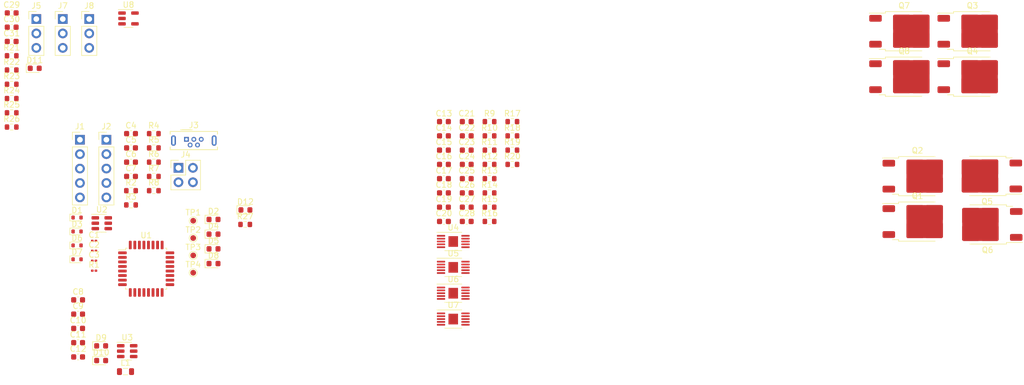
<source format=kicad_pcb>
(kicad_pcb (version 20221018) (generator pcbnew)
  (layers (0 "F.Cu" signal) (31 "B.Cu" signal) (34 "B.Paste" user) (35 "F.Paste" user) (36 "B.SilkS" user "B.Silkscreen") (37 "F.SilkS" user "F.Silkscreen") (38 "B.Mask" user) (39 "F.Mask" user) (44 "Edge.Cuts" user))
  (net 0 "")
  (net 1 "GND")
  (net 2 "+3V3")
  (net 3 "ENCODER1_A")
  (net 4 "ENCODER1_B")
  (net 5 "ENCODER2_A")
  (net 6 "ENCODER2_B")
  (net 7 "Net-(D10-K)")
  (net 8 "Net-(U3-SW)")
  (net 9 "Net-(U3-BST)")
  (net 10 "ENCODER1_A_OUT")
  (net 11 "ENCODER1_B_OUT")
  (net 12 "ENCODER2_A_OUT")
  (net 13 "ENCODER2_B_OUT")
  (net 14 "+12V")
  (net 15 "VBUS")
  (net 16 "+5V")
  (net 17 "ENCODER1_INDEX")
  (net 18 "ENCODER2_INDEX")
  (net 19 "/Main/D-")
  (net 20 "/Main/D+")
  (net 22 "+3.3V")
  (net 23 "SWCLK")
  (net 24 "SWDIO")
  (net 25 "Net-(M1--)")
  (net 26 "Net-(U4-VB)")
  (net 27 "Net-(U4-Vcc)")
  (net 28 "VUSB")
  (net 29 "USB_DP")
  (net 30 "USB_DM")
  (net 31 "Net-(U5-Vcc)")
  (net 32 "Net-(M1-+)")
  (net 33 "Net-(U5-VB)")
  (net 34 "Net-(U6-Vcc)")
  (net 35 "Net-(M2-+)")
  (net 36 "Net-(U6-VB)")
  (net 37 "Net-(M2--)")
  (net 38 "Net-(U7-VB)")
  (net 39 "Net-(U7-Vcc)")
  (net 40 "Net-(Q1-G)")
  (net 41 "Net-(Q2-G)")
  (net 42 "Net-(Q3-G)")
  (net 43 "Net-(Q4-G)")
  (net 44 "Net-(Q5-G)")
  (net 45 "Net-(Q6-G)")
  (net 46 "Net-(Q7-G)")
  (net 47 "Net-(Q8-G)")
  (net 48 "Net-(U4-HO)")
  (net 49 "Net-(U4-LO)")
  (net 50 "Net-(U4-DT)")
  (net 51 "Net-(U5-DT)")
  (net 52 "Net-(U5-HO)")
  (net 53 "Net-(U5-LO)")
  (net 54 "Net-(U6-DT)")
  (net 55 "Net-(U6-HO)")
  (net 56 "Net-(U6-LO)")
  (net 57 "Net-(U7-HO)")
  (net 58 "Net-(U7-LO)")
  (net 59 "Net-(U7-DT)")
  (net 61 "EN_MOT_CH1L")
  (net 62 "IN_MOT_CH1L")
  (net 64 "EN_MOT_CH1R")
  (net 65 "IN_MOT_CH1R")
  (net 67 "EN_MOT_CH2R")
  (net 68 "IN_MOT_CH2R")
  (net 70 "EN_MOT_CH2L")
  (net 71 "IN_MOT_CH2L")
  (net 72 "REF_MOT2")
  (net 73 "REF_MOT1")
  (net 74 "Net-(U1-NRST)")
  (net 75 "Net-(D11-A)")
  (net 76 "Net-(J5-Pin_2)")
  (net 77 "Net-(J7-Pin_2)")
  (net 78 "/Main/RSPI_RX")
  (net 79 "/Main/RSPI_TX")
  (net 85 "/Main/LED1")
  (net 86 "/Main/LED2")
  (net 87 "Net-(D12-A)")
  (net 88 "Net-(U1-PH3)")
  (footprint "Resistor_SMD:R_0603_1608Metric" (layer "F.Cu") (at 145.125 82.965)
    (fp_text reference "R15" (at 0 -1.43) (layer "F.SilkS"))
    (fp_text value "10k")
    (pad "1" smd roundrect (at -0.825 0) (size 0.8 0.95) (layers "F.Cu" "F.Paste" "F.Mask") (net 54 "Net-(U6-DT)"))
    (pad "2" smd roundrect (at 0.825 0) (size 0.8 0.95) (layers "F.Cu" "F.Paste" "F.Mask") (net 1 "GND"))
  )
  (footprint "Resistor_SMD:R_0603_1608Metric" (layer "F.Cu") (at 86.1175 75.04)
    (fp_text reference "R6" (at 0 -1.43) (layer "F.SilkS"))
    (fp_text value "10k")
    (pad "1" smd roundrect (at -0.825 0) (size 0.8 0.95) (layers "F.Cu" "F.Paste" "F.Mask") (net 15 "VBUS"))
    (pad "2" smd roundrect (at 0.825 0) (size 0.8 0.95) (layers "F.Cu" "F.Paste" "F.Mask") (net 28 "VUSB"))
  )
  (footprint "Connector_PinHeader_2.54mm:PinHeader_1x05_P2.54mm_Vertical" (layer "F.Cu") (at 73.1275 71.09)
    (fp_text reference "J1" (at 0 -2.33) (layer "F.SilkS"))
    (fp_text value "ENCODER1_CON")
    (pad "1" thru_hole rect (at 0 0) (size 1.7 1.7) (drill 1) (layers "*.Cu" "*.Mask") (net 11 "ENCODER1_B_OUT"))
    (pad "2" thru_hole oval (at 0 2.54) (size 1.7 1.7) (drill 1) (layers "*.Cu" "*.Mask") (net 16 "+5V"))
    (pad "3" thru_hole oval (at 0 5.08) (size 1.7 1.7) (drill 1) (layers "*.Cu" "*.Mask") (net 10 "ENCODER1_A_OUT"))
    (pad "4" thru_hole oval (at 0 7.62) (size 1.7 1.7) (drill 1) (layers "*.Cu" "*.Mask") (net 17 "ENCODER1_INDEX"))
    (pad "5" thru_hole oval (at 0 10.16) (size 1.7 1.7) (drill 1) (layers "*.Cu" "*.Mask") (net 1 "GND"))
  )
  (footprint "Resistor_SMD:R_0603_1608Metric" (layer "F.Cu") (at 145.125 75.435)
    (fp_text reference "R12" (at 0 -1.43) (layer "F.SilkS"))
    (fp_text value "10k")
    (pad "1" smd roundrect (at -0.825 0) (size 0.8 0.95) (layers "F.Cu" "F.Paste" "F.Mask") (net 51 "Net-(U5-DT)"))
    (pad "2" smd roundrect (at 0.825 0) (size 0.8 0.95) (layers "F.Cu" "F.Paste" "F.Mask") (net 1 "GND"))
  )
  (footprint "Diode_SMD:D_SOD-523" (layer "F.Cu") (at 72.6225 92.14)
    (fp_text reference "D7" (at 0 -1.3) (layer "F.SilkS"))
    (fp_text value "MM5Z3V3")
    (pad "1" smd roundrect (at -0.7 0 180) (size 0.6 0.7) (layers "F.Cu" "F.Paste" "F.Mask") (net 6 "ENCODER2_B"))
    (pad "2" smd roundrect (at 0.7 0 180) (size 0.6 0.7) (layers "F.Cu" "F.Paste" "F.Mask") (net 1 "GND"))
  )
  (footprint "Resistor_SMD:R_0603_1608Metric" (layer "F.Cu") (at 61.1325 68.86)
    (fp_text reference "R26" (at 0 -1.43) (layer "F.SilkS"))
    (fp_text value "240")
    (pad "1" smd roundrect (at -0.825 0) (size 0.8 0.95) (layers "F.Cu" "F.Paste" "F.Mask") (net 85 "/Main/LED1"))
    (pad "2" smd roundrect (at 0.825 0) (size 0.8 0.95) (layers "F.Cu" "F.Paste" "F.Mask") (net 75 "Net-(D11-A)"))
  )
  (footprint "Package_TO_SOT_SMD:TSOT-23-6" (layer "F.Cu") (at 81.4375 108.3)
    (fp_text reference "U3" (at 0 -2.4) (layer "F.SilkS"))
    (fp_text value "AP63203WU")
    (pad "1" smd roundrect (at -1.1375 -0.95) (size 1.325 0.6) (layers "F.Cu" "F.Paste" "F.Mask") (net 2 "+3V3"))
    (pad "2" smd roundrect (at -1.1375 0) (size 1.325 0.6) (layers "F.Cu" "F.Paste" "F.Mask") (net 7 "Net-(D10-K)"))
    (pad "3" smd roundrect (at -1.1375 0.95) (size 1.325 0.6) (layers "F.Cu" "F.Paste" "F.Mask") (net 7 "Net-(D10-K)"))
    (pad "4" smd roundrect (at 1.1375 0.95) (size 1.325 0.6) (layers "F.Cu" "F.Paste" "F.Mask") (net 1 "GND"))
    (pad "5" smd roundrect (at 1.1375 0) (size 1.325 0.6) (layers "F.Cu" "F.Paste" "F.Mask") (net 8 "Net-(U3-SW)"))
    (pad "6" smd roundrect (at 1.1375 -0.95) (size 1.325 0.6) (layers "F.Cu" "F.Paste" "F.Mask") (net 9 "Net-(U3-BST)"))
  )
  (footprint "Resistor_SMD:R_0603_1608Metric" (layer "F.Cu") (at 149.135 70.415)
    (fp_text reference "R18" (at 0 -1.43) (layer "F.SilkS"))
    (fp_text value "20")
    (pad "1" smd roundrect (at -0.825 0) (size 0.8 0.95) (layers "F.Cu" "F.Paste" "F.Mask") (net 46 "Net-(Q7-G)"))
    (pad "2" smd roundrect (at 0.825 0) (size 0.8 0.95) (layers "F.Cu" "F.Paste" "F.Mask") (net 57 "Net-(U7-HO)"))
  )
  (footprint "Resistor_SMD:R_0603_1608Metric" (layer "F.Cu") (at 102.175 86)
    (fp_text reference "R27" (at 0 -1.43) (layer "F.SilkS"))
    (fp_text value "240")
    (pad "1" smd roundrect (at -0.825 0) (size 0.8 0.95) (layers "F.Cu" "F.Paste" "F.Mask") (net 86 "/Main/LED2"))
    (pad "2" smd roundrect (at 0.825 0) (size 0.8 0.95) (layers "F.Cu" "F.Paste" "F.Mask") (net 87 "Net-(D12-A)"))
  )
  (footprint "Capacitor_SMD:C_0603_1608Metric" (layer "F.Cu") (at 141.115 80.455)
    (fp_text reference "C26" (at 0 -1.43) (layer "F.SilkS"))
    (fp_text value "1u")
    (pad "1" smd roundrect (at -0.775 0) (size 0.9 0.95) (layers "F.Cu" "F.Paste" "F.Mask") (net 1 "GND"))
    (pad "2" smd roundrect (at 0.775 0) (size 0.9 0.95) (layers "F.Cu" "F.Paste" "F.Mask") (net 14 "+12V"))
  )
  (footprint "Package_SO:MSOP-10-1EP_3x3mm_P0.5mm_EP1.68x1.88mm" (layer "F.Cu") (at 138.745 102.655)
    (fp_text reference "U7" (at 0 -2.45) (layer "F.SilkS"))
    (fp_text value "DGD0506A")
    (pad "1" smd roundrect (at -2.15 -1) (size 1.45 0.3) (layers "F.Cu" "F.Paste" "F.Mask") (net 39 "Net-(U7-Vcc)"))
    (pad "2" smd roundrect (at -2.15 -0.5) (size 1.45 0.3) (layers "F.Cu" "F.Paste" "F.Mask") (net 38 "Net-(U7-VB)"))
    (pad "3" smd roundrect (at -2.15 0) (size 1.45 0.3) (layers "F.Cu" "F.Paste" "F.Mask") (net 57 "Net-(U7-HO)"))
    (pad "4" smd roundrect (at -2.15 0.5) (size 1.45 0.3) (layers "F.Cu" "F.Paste" "F.Mask") (net 37 "Net-(M2--)"))
    (pad "5" smd roundrect (at -2.15 1) (size 1.45 0.3) (layers "F.Cu" "F.Paste" "F.Mask"))
    (pad "6" smd roundrect (at 2.15 1) (size 1.45 0.3) (layers "F.Cu" "F.Paste" "F.Mask") (net 59 "Net-(U7-DT)"))
    (pad "7" smd roundrect (at 2.15 0.5) (size 1.45 0.3) (layers "F.Cu" "F.Paste" "F.Mask") (net 70 "EN_MOT_CH2L"))
    (pad "8" smd roundrect (at 2.15 0) (size 1.45 0.3) (layers "F.Cu" "F.Paste" "F.Mask") (net 71 "IN_MOT_CH2L"))
    (pad "9" smd roundrect (at 2.15 -0.5) (size 1.45 0.3) (layers "F.Cu" "F.Paste" "F.Mask") (net 1 "GND"))
    (pad "10" smd roundrect (at 2.15 -1) (size 1.45 0.3) (layers "F.Cu" "F.Paste" "F.Mask") (net 58 "Net-(U7-LO)"))
    (pad "11" smd rect (at 0 0) (size 1.68 1.88) (layers "F.Cu" "F.Mask") (net 1 "GND"))
  )
  (footprint "Package_QFP:LQFP-32_7x7mm_P0.8mm" (layer "F.Cu") (at 84.775 93.8)
    (fp_text reference "U1" (at 0 -5.88) (layer "F.SilkS"))
    (fp_text value "STM32L412K8Tx")
    (pad "1" smd roundrect (at -4.175 -2.8) (size 1.5 0.5) (layers "F.Cu" "F.Paste" "F.Mask") (net 2 "+3V3"))
    (pad "2" smd roundrect (at -4.175 -2) (size 1.5 0.5) (layers "F.Cu" "F.Paste" "F.Mask") (net 85 "/Main/LED1"))
    (pad "3" smd roundrect (at -4.175 -1.2) (size 1.5 0.5) (layers "F.Cu" "F.Paste" "F.Mask") (net 86 "/Main/LED2"))
    (pad "4" smd roundrect (at -4.175 -0.4) (size 1.5 0.5) (layers "F.Cu" "F.Paste" "F.Mask") (net 74 "Net-(U1-NRST)"))
    (pad "5" smd roundrect (at -4.175 0.4) (size 1.5 0.5) (layers "F.Cu" "F.Paste" "F.Mask") (net 2 "+3V3"))
    (pad "6" smd roundrect (at -4.175 1.2) (size 1.5 0.5) (layers "F.Cu" "F.Paste" "F.Mask") (net 5 "ENCODER2_A"))
    (pad "7" smd roundrect (at -4.175 2) (size 1.5 0.5) (layers "F.Cu" "F.Paste" "F.Mask") (net 6 "ENCODER2_B"))
    (pad "8" smd roundrect (at -4.175 2.8) (size 1.5 0.5) (layers "F.Cu" "F.Paste" "F.Mask") (net 62 "IN_MOT_CH1L"))
    (pad "9" smd roundrect (at -2.8 4.175) (size 0.5 1.5) (layers "F.Cu" "F.Paste" "F.Mask") (net 65 "IN_MOT_CH1R"))
    (pad "10" smd roundrect (at -2 4.175) (size 0.5 1.5) (layers "F.Cu" "F.Paste" "F.Mask") (net 61 "EN_MOT_CH1L"))
    (pad "11" smd roundrect (at -1.2 4.175) (size 0.5 1.5) (layers "F.Cu" "F.Paste" "F.Mask") (net 70 "EN_MOT_CH2L"))
    (pad "12" smd roundrect (at -0.4 4.175) (size 0.5 1.5) (layers "F.Cu" "F.Paste" "F.Mask") (net 68 "IN_MOT_CH2R"))
    (pad "13" smd roundrect (at 0.4 4.175) (size 0.5 1.5) (layers "F.Cu" "F.Paste" "F.Mask") (net 67 "EN_MOT_CH2R"))
    (pad "14" smd roundrect (at 1.2 4.175) (size 0.5 1.5) (layers "F.Cu" "F.Paste" "F.Mask") (net 28 "VUSB"))
    (pad "15" smd roundrect (at 2 4.175) (size 0.5 1.5) (layers "F.Cu" "F.Paste" "F.Mask") (net 64 "EN_MOT_CH1R"))
    (pad "16" smd roundrect (at 2.8 4.175) (size 0.5 1.5) (layers "F.Cu" "F.Paste" "F.Mask") (net 1 "GND"))
    (pad "17" smd roundrect (at 4.175 2.8) (size 1.5 0.5) (layers "F.Cu" "F.Paste" "F.Mask") (net 2 "+3V3"))
    (pad "18" smd roundrect (at 4.175 2) (size 1.5 0.5) (layers "F.Cu" "F.Paste" "F.Mask") (net 4 "ENCODER1_B"))
    (pad "19" smd roundrect (at 4.175 1.2) (size 1.5 0.5) (layers "F.Cu" "F.Paste" "F.Mask") (net 3 "ENCODER1_A"))
    (pad "20" smd roundrect (at 4.175 0.4) (size 1.5 0.5) (layers "F.Cu" "F.Paste" "F.Mask") (net 71 "IN_MOT_CH2L"))
    (pad "21" smd roundrect (at 4.175 -0.4) (size 1.5 0.5) (layers "F.Cu" "F.Paste" "F.Mask") (net 30 "USB_DM"))
    (pad "22" smd roundrect (at 4.175 -1.2) (size 1.5 0.5) (layers "F.Cu" "F.Paste" "F.Mask") (net 29 "USB_DP"))
    (pad "23" smd roundrect (at 4.175 -2) (size 1.5 0.5) (layers "F.Cu" "F.Paste" "F.Mask") (net 24 "SWDIO"))
    (pad "24" smd roundrect (at 4.175 -2.8) (size 1.5 0.5) (layers "F.Cu" "F.Paste" "F.Mask") (net 23 "SWCLK"))
    (pad "25" smd roundrect (at 2.8 -4.175) (size 0.5 1.5) (layers "F.Cu" "F.Paste" "F.Mask") (net 72 "REF_MOT2"))
    (pad "26" smd roundrect (at 2 -4.175) (size 0.5 1.5) (layers "F.Cu" "F.Paste" "F.Mask") (net 17 "ENCODER1_INDEX"))
    (pad "27" smd roundrect (at 1.2 -4.175) (size 0.5 1.5) (layers "F.Cu" "F.Paste" "F.Mask") (net 18 "ENCODER2_INDEX"))
    (pad "28" smd roundrect (at 0.4 -4.175) (size 0.5 1.5) (layers "F.Cu" "F.Paste" "F.Mask") (net 73 "REF_MOT1"))
    (pad "29" smd roundrect (at -0.4 -4.175) (size 0.5 1.5) (layers "F.Cu" "F.Paste" "F.Mask") (net 79 "/Main/RSPI_TX"))
    (pad "30" smd roundrect (at -1.2 -4.175) (size 0.5 1.5) (layers "F.Cu" "F.Paste" "F.Mask") (net 78 "/Main/RSPI_RX"))
    (pad "31" smd roundrect (at -2 -4.175) (size 0.5 1.5) (layers "F.Cu" "F.Paste" "F.Mask") (net 88 "Net-(U1-PH3)"))
    (pad "32" smd roundrect (at -2.8 -4.175) (size 0.5 1.5) (layers "F.Cu" "F.Paste" "F.Mask") (net 1 "GND"))
  )
  (footprint "Diode_SMD:D_SOD-523" (layer "F.Cu") (at 72.6225 84.79)
    (fp_text reference "D1" (at 0 -1.3) (layer "F.SilkS"))
    (fp_text value "MM5Z3V3")
    (pad "1" smd roundrect (at -0.7 0 180) (size 0.6 0.7) (layers "F.Cu" "F.Paste" "F.Mask") (net 3 "ENCODER1_A"))
    (pad "2" smd roundrect (at 0.7 0 180) (size 0.6 0.7) (layers "F.Cu" "F.Paste" "F.Mask") (net 1 "GND"))
  )
  (footprint "Resistor_SMD:R_0603_1608Metric" (layer "F.Cu") (at 86.1175 80.06)
    (fp_text reference "R8" (at 0 -1.43) (layer "F.SilkS"))
    (fp_text value "1.5k")
    (pad "1" smd roundrect (at -0.825 0) (size 0.8 0.95) (layers "F.Cu" "F.Paste" "F.Mask") (net 29 "USB_DP"))
    (pad "2" smd roundrect (at 0.825 0) (size 0.8 0.95) (layers "F.Cu" "F.Paste" "F.Mask") (net 2 "+3V3"))
  )
  (footprint "Capacitor_SMD:C_0603_1608Metric" (layer "F.Cu") (at 141.115 67.905)
    (fp_text reference "C21" (at 0 -1.43) (layer "F.SilkS"))
    (fp_text value "1u")
    (pad "1" smd roundrect (at -0.775 0) (size 0.9 0.95) (layers "F.Cu" "F.Paste" "F.Mask") (net 35 "Net-(M2-+)"))
    (pad "2" smd roundrect (at 0.775 0) (size 0.9 0.95) (layers "F.Cu" "F.Paste" "F.Mask") (net 36 "Net-(U6-VB)"))
  )
  (footprint "Capacitor_SMD:C_0603_1608Metric" (layer "F.Cu") (at 61.1325 53.8)
    (fp_text reference "C31" (at 0 -1.43) (layer "F.SilkS"))
    (fp_text value "100n")
    (pad "1" smd roundrect (at -0.775 0) (size 0.9 0.95) (layers "F.Cu" "F.Paste" "F.Mask") (net 1 "GND"))
    (pad "2" smd roundrect (at 0.775 0) (size 0.9 0.95) (layers "F.Cu" "F.Paste" "F.Mask") (net 74 "Net-(U1-NRST)"))
  )
  (footprint "Capacitor_SMD:C_0603_1608Metric" (layer "F.Cu") (at 61.1325 51.29)
    (fp_text reference "C30" (at 0 -1.43) (layer "F.SilkS"))
    (fp_text value "100n")
    (pad "1" smd roundrect (at -0.775 0) (size 0.9 0.95) (layers "F.Cu" "F.Paste" "F.Mask") (net 73 "REF_MOT1"))
    (pad "2" smd roundrect (at 0.775 0) (size 0.9 0.95) (layers "F.Cu" "F.Paste" "F.Mask") (net 1 "GND"))
  )
  (footprint "Resistor_SMD:R_0603_1608Metric" (layer "F.Cu") (at 86.1175 70.02)
    (fp_text reference "R4" (at 0 -1.43) (layer "F.SilkS"))
    (fp_text value "10k")
    (pad "1" smd roundrect (at -0.825 0) (size 0.8 0.95) (layers "F.Cu" "F.Paste" "F.Mask") (net 12 "ENCODER2_A_OUT"))
    (pad "2" smd roundrect (at 0.825 0) (size 0.8 0.95) (layers "F.Cu" "F.Paste" "F.Mask") (net 5 "ENCODER2_A"))
  )
  (footprint "Resistor_SMD:R_0603_1608Metric" (layer "F.Cu") (at 149.135 75.435)
    (fp_text reference "R20" (at 0 -1.43) (layer "F.SilkS"))
    (fp_text value "10k")
    (pad "1" smd roundrect (at -0.825 0) (size 0.8 0.95) (layers "F.Cu" "F.Paste" "F.Mask") (net 59 "Net-(U7-DT)"))
    (pad "2" smd roundrect (at 0.825 0) (size 0.8 0.95) (layers "F.Cu" "F.Paste" "F.Mask") (net 1 "GND"))
  )
  (footprint "Resistor_SMD:R_0603_1608Metric" (layer "F.Cu") (at 145.125 67.905)
    (fp_text reference "R9" (at 0 -1.43) (layer "F.SilkS"))
    (fp_text value "20")
    (pad "1" smd roundrect (at -0.825 0) (size 0.8 0.95) (layers "F.Cu" "F.Paste" "F.Mask") (net 41 "Net-(Q2-G)"))
    (pad "2" smd roundrect (at 0.825 0) (size 0.8 0.95) (layers "F.Cu" "F.Paste" "F.Mask") (net 48 "Net-(U4-HO)"))
  )
  (footprint "Resistor_SMD:R_0603_1608Metric" (layer "F.Cu") (at 145.125 77.945)
    (fp_text reference "R13" (at 0 -1.43) (layer "F.SilkS"))
    (fp_text value "20")
    (pad "1" smd roundrect (at -0.825 0) (size 0.8 0.95) (layers "F.Cu" "F.Paste" "F.Mask") (net 44 "Net-(Q5-G)"))
    (pad "2" smd roundrect (at 0.825 0) (size 0.8 0.95) (layers "F.Cu" "F.Paste" "F.Mask") (net 52 "Net-(U5-HO)"))
  )
  (footprint "TestPoint:TestPoint_Pad_D1.0mm" (layer "F.Cu") (at 93.0375 91.45)
    (fp_text reference "TP3" (at 0 -1.448) (layer "F.SilkS"))
    (fp_text value "ENCODER2_A")
    (pad "1" smd circle (at 0 0) (size 1 1) (layers "F.Cu" "F.Mask") (net 5 "ENCODER2_A"))
  )
  (footprint "Diode_SMD:D_0603_1608Metric" (layer "F.Cu") (at 96.6075 92.89)
    (fp_text reference "D8" (at 0 -1.43) (layer "F.SilkS"))
    (fp_text value "D_TVS")
    (pad "1" smd roundrect (at -0.7875 0) (size 0.875 0.95) (layers "F.Cu" "F.Paste" "F.Mask") (net 13 "ENCODER2_B_OUT"))
    (pad "2" smd roundrect (at 0.7875 0) (size 0.875 0.95) (layers "F.Cu" "F.Paste" "F.Mask") (net 1 "GND"))
  )
  (footprint "Package_TO_SOT_SMD:SOT-23-5" (layer "F.Cu") (at 81.6625 49.75)
    (fp_text reference "U8" (at 0 -2.4) (layer "F.SilkS"))
    (fp_text value "LP2985-5.0")
    (pad "1" smd roundrect (at -1.1375 -0.95) (size 1.325 0.6) (layers "F.Cu" "F.Paste" "F.Mask"))
    (pad "2" smd roundrect (at -1.1375 0) (size 1.325 0.6) (layers "F.Cu" "F.Paste" "F.Mask"))
    (pad "3" smd roundrect (at -1.1375 0.95) (size 1.325 0.6) (layers "F.Cu" "F.Paste" "F.Mask"))
    (pad "4" smd roundrect (at 1.1375 0.95) (size 1.325 0.6) (layers "F.Cu" "F.Paste" "F.Mask"))
    (pad "5" smd roundrect (at 1.1375 -0.95) (size 1.325 0.6) (layers "F.Cu" "F.Paste" "F.Mask"))
  )
  (footprint "Capacitor_SMD:C_0603_1608Metric" (layer "F.Cu") (at 141.115 75.435)
    (fp_text reference "C24" (at 0 -1.43) (layer "F.SilkS"))
    (fp_text value "1u")
    (pad "1" smd roundrect (at -0.775 0) (size 0.9 0.95) (layers "F.Cu" "F.Paste" "F.Mask") (net 1 "GND"))
    (pad "2" smd roundrect (at 0.775 0) (size 0.9 0.95) (layers "F.Cu" "F.Paste" "F.Mask") (net 39 "Net-(U7-Vcc)"))
  )
  (footprint "Package_TO_SOT_SMD:SOT-23-6" (layer "F.Cu") (at 76.9675 85.79)
    (fp_text reference "U2" (at 0 -2.4) (layer "F.SilkS"))
    (fp_text value "USBLC6-2SC6")
    (pad "1" smd roundrect (at -1.1375 -0.95) (size 1.325 0.6) (layers "F.Cu" "F.Paste" "F.Mask") (net 29 "USB_DP"))
    (pad "2" smd roundrect (at -1.1375 0) (size 1.325 0.6) (layers "F.Cu" "F.Paste" "F.Mask") (net 1 "GND"))
    (pad "3" smd roundrect (at -1.1375 0.95) (size 1.325 0.6) (layers "F.Cu" "F.Paste" "F.Mask") (net 30 "USB_DM"))
    (pad "4" smd roundrect (at 1.1375 0.95) (size 1.325 0.6) (layers "F.Cu" "F.Paste" "F.Mask") (net 19 "/Main/D-"))
    (pad "5" smd roundrect (at 1.1375 0) (size 1.325 0.6) (layers "F.Cu" "F.Paste" "F.Mask") (net 15 "VBUS"))
    (pad "6" smd roundrect (at 1.1375 -0.95) (size 1.325 0.6) (layers "F.Cu" "F.Paste" "F.Mask") (net 20 "/Main/D+"))
  )
  (footprint "Capacitor_SMD:C_0603_1608Metric" (layer "F.Cu") (at 141.115 85.475)
    (fp_text reference "C28" (at 0 -1.43) (layer "F.SilkS"))
    (fp_text value "1u")
    (pad "1" smd roundrect (at -0.775 0) (size 0.9 0.95) (layers "F.Cu" "F.Paste" "F.Mask") (net 1 "GND"))
    (pad "2" smd roundrect (at 0.775 0) (size 0.9 0.95) (layers "F.Cu" "F.Paste" "F.Mask") (net 14 "+12V"))
  )
  (footprint "Capacitor_SMD:C_0603_1608Metric" (layer "F.Cu") (at 137.105 67.905)
    (fp_text reference "C13" (at 0 -1.43) (layer "F.SilkS"))
    (fp_text value "1u")
    (pad "1" smd roundrect (at -0.775 0) (size 0.9 0.95) (layers "F.Cu" "F.Paste" "F.Mask") (net 25 "Net-(M1--)"))
    (pad "2" smd roundrect (at 0.775 0) (size 0.9 0.95) (layers "F.Cu" "F.Paste" "F.Mask") (net 26 "Net-(U4-VB)"))
  )
  (footprint "Connector_PinHeader_2.54mm:PinHeader_1x05_P2.54mm_Vertical" (layer "F.Cu") (at 77.7775 71.09)
    (fp_text reference "J2" (at 0 -2.33) (layer "F.SilkS"))
    (fp_text value "ENCODER2_CON")
    (pad "1" thru_hole rect (at 0 0) (size 1.7 1.7) (drill 1) (layers "*.Cu" "*.Mask") (net 13 "ENCODER2_B_OUT"))
    (pad "2" thru_hole oval (at 0 2.54) (size 1.7 1.7) (drill 1) (layers "*.Cu" "*.Mask") (net 16 "+5V"))
    (pad "3" thru_hole oval (at 0 5.08) (size 1.7 1.7) (drill 1) (layers "*.Cu" "*.Mask") (net 12 "ENCODER2_A_OUT"))
    (pad "4" thru_hole oval (at 0 7.62) (size 1.7 1.7) (drill 1) (layers "*.Cu" "*.Mask") (net 18 "ENCODER2_INDEX"))
    (pad "5" thru_hole oval (at 0 10.16) (size 1.7 1.7) (drill 1) (layers "*.Cu" "*.Mask") (net 1 "GND"))
  )
  (footprint "Capacitor_SMD:C_0603_1608Metric" (layer "F.Cu") (at 82.1075 75.04)
    (fp_text reference "C6" (at 0 -1.43) (layer "F.SilkS"))
    (fp_text value "1n")
    (pad "1" smd roundrect (at -0.775 0) (size 0.9 0.95) (layers "F.Cu" "F.Paste" "F.Mask") (net 5 "ENCODER2_A"))
    (pad "2" smd roundrect (at 0.775 0) (size 0.9 0.95) (layers "F.Cu" "F.Paste" "F.Mask") (net 1 "GND"))
  )
  (footprint "Capacitor_SMD:C_0603_1608Metric" (layer "F.Cu") (at 72.8075 109.32)
    (fp_text reference "C12" (at 0 -1.43) (layer "F.SilkS"))
    (fp_text value "22u")
    (pad "1" smd roundrect (at -0.775 0) (size 0.9 0.95) (layers "F.Cu" "F.Paste" "F.Mask") (net 1 "GND"))
    (pad "2" smd roundrect (at 0.775 0) (size 0.9 0.95) (layers "F.Cu" "F.Paste" "F.Mask") (net 2 "+3V3"))
  )
  (footprint "Resistor_SMD:R_0603_1608Metric" (layer "F.Cu") (at 145.125 70.415)
    (fp_text reference "R10" (at 0 -1.43) (layer "F.SilkS"))
    (fp_text value "20")
    (pad "1" smd roundrect (at -0.825 0) (size 0.8 0.95) (layers "F.Cu" "F.Paste" "F.Mask") (net 49 "Net-(U4-LO)"))
    (pad "2" smd roundrect (at 0.825 0) (size 0.8 0.95) (layers "F.Cu" "F.Paste" "F.Mask") (net 40 "Net-(Q1-G)"))
  )
  (footprint "Connector_PinHeader_2.54mm:PinHeader_2x02_P2.54mm_Vertical" (layer "F.Cu") (at 90.4475 76.04)
    (fp_text reference "J4" (at 1.27 -2.33) (layer "F.SilkS"))
    (fp_text value "SWD")
    (pad "1" thru_hole rect (at 0 0) (size 1.7 1.7) (drill 1) (layers "*.Cu" "*.Mask") (net 22 "+3.3V"))
    (pad "2" thru_hole oval (at 2.54 0) (size 1.7 1.7) (drill 1) (layers "*.Cu" "*.Mask") (net 1 "GND"))
    (pad "3" thru_hole oval (at 0 2.54) (size 1.7 1.7) (drill 1) (layers "*.Cu" "*.Mask") (net 23 "SWCLK"))
    (pad "4" thru_hole oval (at 2.54 2.54) (size 1.7 1.7) (drill 1) (layers "*.Cu" "*.Mask") (net 24 "SWDIO"))
  )
  (footprint "Diode_SMD:D_0603_1608Metric" (layer "F.Cu") (at 96.6075 85.12)
    (fp_text reference "D2" (at 0 -1.43) (layer "F.SilkS"))
    (fp_text value "D_TVS")
    (pad "1" smd roundrect (at -0.7875 0) (size 0.875 0.95) (layers "F.Cu" "F.Paste" "F.Mask") (net 10 "ENCODER1_A_OUT"))
    (pad "2" smd roundrect (at 0.7875 0) (size 0.875 0.95) (layers "F.Cu" "F.Paste" "F.Mask") (net 1 "GND"))
  )
  (footprint "Resistor_SMD:R_0603_1608Metric" (layer "F.Cu") (at 61.1325 63.84)
    (fp_text reference "R24" (at 0 -1.43) (layer "F.SilkS"))
    (fp_text value "10k")
    (pad "1" smd roundrect (at -0.825 0) (size 0.8 0.95) (layers "F.Cu" "F.Paste" "F.Mask") (net 73 "REF_MOT1"))
    (pad "2" smd roundrect (at 0.825 0) (size 0.8 0.95) (layers "F.Cu" "F.Paste" "F.Mask") (net 1 "GND"))
  )
  (footprint "Resistor_SMD:R_0603_1608Metric" (layer "F.Cu") (at 86.1175 77.55)
    (fp_text reference "R7" (at 0 -1.43) (layer "F.SilkS"))
    (fp_text value "15k")
    (pad "1" smd roundrect (at -0.825 0) (size 0.8 0.95) (layers "F.Cu" "F.Paste" "F.Mask") (net 1 "GND"))
    (pad "2" smd roundrect (at 0.825 0) (size 0.8 0.95) (layers "F.Cu" "F.Paste" "F.Mask") (net 28 "VUSB"))
  )
  (footprint "Package_SO:MSOP-10-1EP_3x3mm_P0.5mm_EP1.68x1.88mm" (layer "F.Cu") (at 138.745 89.005)
    (fp_text reference "U4" (at 0 -2.45) (layer "F.SilkS"))
    (fp_text value "DGD0506A")
    (pad "1" smd roundrect (at -2.15 -1) (size 1.45 0.3) (layers "F.Cu" "F.Paste" "F.Mask") (net 27 "Net-(U4-Vcc)"))
    (pad "2" smd roundrect (at -2.15 -0.5) (size 1.45 0.3) (layers "F.Cu" "F.Paste" "F.Mask") (net 26 "Net-(U4-VB)"))
    (pad "3" smd roundrect (at -2.15 0) (size 1.45 0.3) (layers "F.Cu" "F.Paste" "F.Mask") (net 48 "Net-(U4-HO)"))
    (pad "4" smd roundrect (at -2.15 0.5) (size 1.45 0.3) (layers "F.Cu" "F.Paste" "F.Mask") (net 25 "Net-(M1--)"))
    (pad "5" smd roundrect (at -2.15 1) (size 1.45 0.3) (layers "F.Cu" "F.Paste" "F.Mask"))
    (pad "6" smd roundrect (at 2.15 1) (size 1.45 0.3) (layers "F.Cu" "F.Paste" "F.Mask") (net 50 "Net-(U4-DT)"))
    (pad "7" smd roundrect (at 2.15 0.5) (size 1.45 0.3) (layers "F.Cu" "F.Paste" "F.Mask") (net 61 "EN_MOT_CH1L"))
    (pad "8" smd roundrect (at 2.15 0) (size 1.45 0.3) (layers "F.Cu" "F.Paste" "F.Mask") (net 62 "IN_MOT_CH1L"))
    (pad "9" smd roundrect (at 2.15 -0.5) (size 1.45 0.3) (layers "F.Cu" "F.Paste" "F.Mask") (net 1 "GND"))
    (pad "10" smd roundrect (at 2.15 -1) (size 1.45 0.3) (layers "F.Cu" "F.Paste" "F.Mask") (net 49 "Net-(U4-LO)"))
    (pad "11" smd rect (at 0 0) (size 1.68 1.88) (layers "F.Cu" "F.Mask") (net 1 "GND"))
  )
  (footprint "Package_TO_SOT_SMD:TO-252-2" (layer "F.Cu") (at 218 60)
    (fp_text reference "Q8" (at 0 -4.5) (layer "F.SilkS"))
    (fp_text value "DMN10H220L")
    (pad "1" smd roundrect (at -5.04 -2.28) (size 2.2 1.2) (layers "F.Cu" "F.Paste" "F.Mask") (roundrect_rratio 0.208333) (net 47 "Net-(Q8-G)"))
    (pad "2" smd roundrect (at -0.415 -1.525) (size 3.05 2.75) (layers "F.Cu" "F.Paste") (roundrect_rratio 0.090909) (net 37 "Net-(M2--)"))
    (pad "2" smd roundrect (at -0.415 1.525) (size 3.05 2.75) (layers "F.Cu" "F.Paste") (roundrect_rratio 0.090909) (net 37 "Net-(M2--)"))
    (pad "2" smd roundrect (at 1.26 0) (size 6.4 5.8) (layers "F.Cu" "F.Mask") (roundrect_rratio 0.043103) (net 37 "Net-(M2--)"))
    (pad "2" smd roundrect (at 2.935 -1.525) (size 3.05 2.75) (layers "F.Cu" "F.Paste") (roundrect_rratio 0.090909) (net 37 "Net-(M2--)"))
    (pad "2" smd roundrect (at 2.935 1.525) (size 3.05 2.75) (layers "F.Cu" "F.Paste") (roundrect_rratio 0.090909) (net 37 "Net-(M2--)"))
    (pad "3" smd roundrect (at -5.04 2.28) (size 2.2 1.2) (layers "F.Cu" "F.Paste" "F.Mask") (roundrect_rratio 0.208333) (net 1 "GND"))
  )
  (footprint "Resistor_SMD:R_0603_1608Metric" (layer "F.Cu") (at 145.125 85.475)
    (fp_text reference "R16" (at 0 -1.43) (layer "F.SilkS"))
    (fp_text value "20")
    (pad "1" smd roundrect (at -0.825 0) (size 0.8 0.95) (layers "F.Cu" "F.Paste" "F.Mask") (net 42 "Net-(Q3-G)"))
    (pad "2" smd roundrect (at 0.825 0) (size 0.8 0.95) (layers "F.Cu" "F.Paste" "F.Mask") (net 55 "Net-(U6-HO)"))
  )
  (footprint "Capacitor_SMD:C_0603_1608Metric" (layer "F.Cu") (at 141.115 72.925)
    (fp_text reference "C23" (at 0 -1.43) (layer "F.SilkS"))
    (fp_text value "100n")
    (pad "1" smd roundrect (at -0.775 0) (size 0.9 0.95) (layers "F.Cu" "F.Paste" "F.Mask") (net 1 "GND"))
    (pad "2" smd roundrect (at 0.775 0) (size 0.9 0.95) (layers "F.Cu" "F.Paste" "F.Mask") (net 39 "Net-(U7-Vcc)"))
  )
  (footprint "Diode_SMD:D_SOD-523" (layer "F.Cu") (at 72.6225 89.69)
    (fp_text reference "D6" (at 0 -1.3) (layer "F.SilkS"))
    (fp_text value "MM5Z3V3")
    (pad "1" smd roundrect (at -0.7 0 180) (size 0.6 0.7) (layers "F.Cu" "F.Paste" "F.Mask") (net 5 "ENCODER2_A"))
    (pad "2" smd roundrect (at 0.7 0 180) (size 0.6 0.7) (layers "F.Cu" "F.Paste" "F.Mask") (net 1 "GND"))
  )
  (footprint "Capacitor_SMD:C_0603_1608Metric" (layer "F.Cu") (at 137.105 77.945)
    (fp_text reference "C17" (at 0 -1.43) (layer "F.SilkS"))
    (fp_text value "100n")
    (pad "1" smd roundrect (at -0.775 0) (size 0.9 0.95) (layers "F.Cu" "F.Paste" "F.Mask") (net 1 "GND"))
    (pad "2" smd roundrect (at 0.775 0) (size 0.9 0.95) (layers "F.Cu" "F.Paste" "F.Mask") (net 31 "Net-(U5-Vcc)"))
  )
  (footprint "Capacitor_SMD:C_0603_1608Metric" (layer "F.Cu") (at 137.105 70.415)
    (fp_text reference "C14" (at 0 -1.43) (layer "F.SilkS"))
    (fp_text value "1u")
    (pad "1" smd roundrect (at -0.775 0) (size 0.9 0.95) (layers "F.Cu" "F.Paste" "F.Mask") (net 1 "GND"))
    (pad "2" smd roundrect (at 0.775 0) (size 0.9 0.95) (layers "F.Cu" "F.Paste" "F.Mask") (net 27 "Net-(U4-Vcc)"))
  )
  (footprint "Capacitor_SMD:C_0603_1608Metric" (layer "F.Cu") (at 72.8075 104.3)
    (fp_text reference "C10" (at 0 -1.43) (layer "F.SilkS"))
    (fp_text value "100n")
    (pad "1" smd roundrect (at -0.775 0) (size 0.9 0.95) (layers "F.Cu" "F.Paste" "F.Mask") (net 8 "Net-(U3-SW)"))
    (pad "2" smd roundrect (at 0.775 0) (size 0.9 0.95) (layers "F.Cu" "F.Paste" "F.Mask") (net 9 "Net-(U3-BST)"))
  )
  (footprint "Connector_PinHeader_2.54mm:PinHeader_1x03_P2.54mm_Vertical" (layer "F.Cu") (at 65.4625 49.85)
    (fp_text reference "J5" (at 0 -2.33) (layer "F.SilkS"))
    (fp_text value "Conn_01x03_Pin")
    (pad "1" thru_hole rect (at 0 0) (size 1.7 1.7) (drill 1) (layers "*.Cu" "*.Mask") (net 14 "+12V"))
    (pad "2" thru_hole oval (at 0 2.54) (size 1.7 1.7) (drill 1) (layers "*.Cu" "*.Mask") (net 76 "Net-(J5-Pin_2)"))
    (pad "3" thru_hole oval (at 0 5.08) (size 1.7 1.7) (drill 1) (layers "*.Cu" "*.Mask") (net 1 "GND"))
  )
  (footprint "Capacitor_SMD:C_0603_1608Metric" (layer "F.Cu") (at 61.1325 48.78)
    (fp_text reference "C29" (at 0 -1.43) (layer "F.SilkS"))
    (fp_text value "100n")
    (pad "1" smd roundrect (at -0.775 0) (size 0.9 0.95) (layers "F.Cu" "F.Paste" "F.Mask") (net 72 "REF_MOT2"))
    (pad "2" smd roundrect (at 0.775 0) (size 0.9 0.95) (layers "F.Cu" "F.Paste" "F.Mask") (net 1 "GND"))
  )
  (footprint "Resistor_SMD:R_0603_1608Metric" (layer "F.Cu") (at 149.135 67.905)
    (fp_text reference "R17" (at 0 -1.43) (layer "F.SilkS"))
    (fp_text value "20")
    (pad "1" smd roundrect (at -0.825 0) (size 0.8 0.95) (layers "F.Cu" "F.Paste" "F.Mask") (net 56 "Net-(U6-LO)"))
    (pad "2" smd roundrect (at 0.825 0) (size 0.8 0.95) (layers "F.Cu" "F.Paste" "F.Mask") (net 43 "Net-(Q4-G)"))
  )
  (footprint "Resistor_SMD:R_0603_1608Metric" (layer "F.Cu") (at 61.1325 66.35)
    (fp_text reference "R25" (at 0 -1.43) (layer "F.SilkS"))
    (fp_text value "100K")
    (pad "1" smd roundrect (at -0.825 0) (size 0.8 0.95) (layers "F.Cu" "F.Paste" "F.Mask") (net 2 "+3V3"))
    (pad "2" smd roundrect (at 0.825 0) (size 0.8 0.95) (layers "F.Cu" "F.Paste" "F.Mask") (net 74 "Net-(U1-NRST)"))
  )
  (footprint "TestPoint:TestPoint_Pad_D1.0mm" (layer "F.Cu") (at 93.0375 88.4)
    (fp_text reference "TP2" (at 0 -1.448) (layer "F.SilkS"))
    (fp_text value "ENCODER1_B")
    (pad "1" smd circle (at 0 0) (size 1 1) (layers "F.Cu" "F.Mask") (net 4 "ENCODER1_B"))
  )
  (footprint "Resistor_SMD:R_0603_1608Metric" (layer "F.Cu") (at 61.1325 58.82)
    (fp_text reference "R22" (at 0 -1.43) (layer "F.SilkS"))
    (fp_text value "10k")
    (pad "1" smd roundrect (at -0.825 0) (size 0.8 0.95) (layers "F.Cu" "F.Paste" "F.Mask") (net 72 "REF_MOT2"))
    (pad "2" smd roundrect (at 0.825 0) (size 0.8 0.95) (layers "F.Cu" "F.Paste" "F.Mask") (net 1 "GND"))
  )
  (footprint "Package_TO_SOT_SMD:TO-252-2" (layer "F.Cu") (at 230 52)
    (fp_text reference "Q3" (at 0 -4.5) (layer "F.SilkS"))
    (fp_text value "DMN10H220L")
    (pad "1" smd roundrect (at -5.04 -2.28) (size 2.2 1.2) (layers "F.Cu" "F.Paste" "F.Mask") (roundrect_rratio 0.208333) (net 42 "Net-(Q3-G)"))
    (pad "2" smd roundrect (at -0.415 -1.525) (size 3.05 2.75) (layers "F.Cu" "F.Paste") (roundrect_rratio 0.090909) (net 14 "+12V"))
    (pad "2" smd roundrect (at -0.415 1.525) (size 3.05 2.75) (layers "F.Cu" "F.Paste") (roundrect_rratio 0.090909) (net 14 "+12V"))
    (pad "2" smd roundrect (at 1.26 0) (size 6.4 5.8) (layers "F.Cu" "F.Mask") (roundrect_rratio 0.043103) (net 14 "+12V"))
    (pad "2" smd roundrect (at 2.935 -1.525) (size 3.05 2.75) (layers "F.Cu" "F.Paste") (roundrect_rratio 0.090909) (net 14 "+12V"))
    (pad "2" smd roundrect (at 2.935 1.525) (size 3.05 2.75) (layers "F.Cu" "F.Paste") (roundrect_rratio 0.090909) (net 14 "+12V"))
    (pad "3" smd roundrect (at -5.04 2.28) (size 2.2 1.2) (layers "F.Cu" "F.Paste" "F.Mask") (roundrect_rratio 0.208333) (net 35 "Net-(M2-+)"))
  )
  (footprint "Resistor_SMD:R_0603_1608Metric" (layer "F.Cu") (at 145.125 80.455)
    (fp_text reference "R14" (at 0 -1.43) (layer "F.SilkS"))
    (fp_text value "20")
    (pad "1" smd roundrect (at -0.825 0) (size 0.8 0.95) (layers "F.Cu" "F.Paste" "F.Mask") (net 53 "Net-(U5-LO)"))
    (pad "2" smd roundrect (at 0.825 0) (size 0.8 0.95) (layers "F.Cu" "F.Paste" "F.Mask") (net 45 "Net-(Q6-G)"))
  )
  (footprint "Diode_SMD:D_0603_1608Metric" (layer "F.Cu") (at 76.8575 107.37)
    (fp_text reference "D9" (at 0 -1.43) (layer "F.SilkS"))
    (fp_text value "SD0603")
    (pad "1" smd roundrect (at -0.7875 0) (size 0.875 0.95) (layers "F.Cu" "F.Paste" "F.Mask") (net 7 "Net-(D10-K)"))
    (pad "2" smd roundrect (at 0.7875 0) (size 0.875 0.95) (layers "F.Cu" "F.Paste" "F.Mask") (net 14 "+12V"))
  )
  (footprint "LED_SMD:LED_0603_1608Metric" (layer "F.Cu") (at 102.215 83.45)
    (fp_text reference "D12" (at 0 -1.43) (layer "F.SilkS"))
    (fp_text value "LED")
    (pad "1" smd roundrect (at -0.7875 0) (size 0.875 0.95) (layers "F.Cu" "F.Paste" "F.Mask") (net 1 "GND"))
    (pad "2" smd roundrect (at 0.7875 0) (size 0.875 0.95) (layers "F.Cu" "F.Paste" "F.Mask") (net 87 "Net-(D12-A)"))
  )
  (footprint "Diode_SMD:D_0603_1608Metric" (layer "F.Cu") (at 96.6075 87.71)
    (fp_text reference "D4" (at 0 -1.43) (layer "F.SilkS"))
    (fp_text value "D_TVS")
    (pad "1" smd roundrect (at -0.7875 0) (size 0.875 0.95) (layers "F.Cu" "F.Paste" "F.Mask") (net 11 "ENCODER1_B_OUT"))
    (pad "2" smd roundrect (at 0.7875 0) (size 0.875 0.95) (layers "F.Cu" "F.Paste" "F.Mask") (net 1 "GND"))
  )
  (footprint "Capacitor_SMD:C_0201_0603Metric" (layer "F.Cu") (at 75.6175 88.89)
    (fp_text reference "C1" (at 0 -1.05) (layer "F.SilkS"))
    (fp_text value "C")
    (pad "1" smd roundrect (at -0.32 0) (size 0.46 0.4) (layers "F.Cu" "F.Mask") (net 1 "GND"))
    (pad "2" smd roundrect (at 0.32 0) (size 0.46 0.4) (layers "F.Cu" "F.Mask") (net 2 "+3V3"))
  )
  (footprint "Inductor_SMD:L_0805_2012Metric" (layer "F.Cu") (at 81.1375 111.9)
    (fp_text reference "L1" (at 0 -1.55) (layer "F.SilkS"))
    (fp_text value "3.3u")
    (pad "1" smd roundrect (at -1.0625 0) (size 0.875 1.2) (layers "F.Cu" "F.Paste" "F.Mask") (net 8 "Net-(U3-SW)"))
    (pad "2" smd roundrect (at 1.0625 0) (size 0.875 1.2) (layers "F.Cu" "F.Paste" "F.Mask") (net 2 "+3V3"))
  )
  (footprint "Resistor_SMD:R_0603_1608Metric" (layer "F.Cu") (at 82.1075 80.06)
    (fp_text reference "R2" (at 0 -1.43) (layer "F.SilkS"))
    (fp_text value "10k")
    (pad "1" smd roundrect (at -0.825 0) (size 0.8 0.95) (layers "F.Cu" "F.Paste" "F.Mask") (net 10 "ENCODER1_A_OUT"))
    (pad "2" smd roundrect (at 0.825 0) (size 0.8 0.95) (layers "F.Cu" "F.Paste" "F.Mask") (net 3 "ENCODER1_A"))
  )
  (footprint "Capacitor_SMD:C_0603_1608Metric" (layer "F.Cu") (at 137.105 82.965)
    (fp_text reference "C19" (at 0 -1.43) (layer "F.SilkS"))
    (fp_text value "1u")
    (pad "1" smd roundrect (at -0.775 0) (size 0.9 0.95) (layers "F.Cu" "F.Paste" "F.Mask") (net 1 "GND"))
    (pad "2" smd roundrect (at 0.775 0) (size 0.9 0.95) (layers "F.Cu" "F.Paste" "F.Mask") (net 34 "Net-(U6-Vcc)"))
  )
  (footprint "Package_TO_SOT_SMD:TO-252-2" (layer "F.Cu") (at 230 60)
    (fp_text reference "Q4" (at 0 -4.5) (layer "F.SilkS"))
    (fp_text value "DMN10H220L")
    (pad "1" smd roundrect (at -5.04 -2.28) (size 2.2 1.2) (layers "F.Cu" "F.Paste" "F.Mask") (roundrect_rratio 0.208333) (net 43 "Net-(Q4-G)"))
    (pad "2" smd roundrect (at -0.415 -1.525) (size 3.05 2.75) (layers "F.Cu" "F.Paste") (roundrect_rratio 0.090909) (net 35 "Net-(M2-+)"))
    (pad "2" smd roundrect (at -0.415 1.525) (size 3.05 2.75) (layers "F.Cu" "F.Paste") (roundrect_rratio 0.090909) (net 35 "Net-(M2-+)"))
    (pad "2" smd roundrect (at 1.26 0) (size 6.4 5.8) (layers "F.Cu" "F.Mask") (roundrect_rratio 0.043103) (net 35 "Net-(M2-+)"))
    (pad "2" smd roundrect (at 2.935 -1.525) (size 3.05 2.75) (layers "F.Cu" "F.Paste") (roundrect_rratio 0.090909) (net 35 "Net-(M2-+)"))
    (pad "2" smd roundrect (at 2.935 1.525) (size 3.05 2.75) (layers "F.Cu" "F.Paste") (roundrect_rratio 0.090909) (net 35 "Net-(M2-+)"))
    (pad "3" smd roundrect (at -5.04 2.28) (size 2.2 1.2) (layers "F.Cu" "F.Paste" "F.Mask") (roundrect_rratio 0.208333) (net 1 "GND"))
  )
  (footprint "Capacitor_SMD:C_0201_0603Metric" (layer "F.Cu") (at 75.6175 92.39)
    (fp_text reference "C3" (at 0 -1.05) (layer "F.SilkS"))
    (fp_text value "C")
    (pad "1" smd roundrect (at -0.32 0) (size 0.46 0.4) (layers "F.Cu" "F.Mask") (net 1 "GND"))
    (pad "2" smd roundrect (at 0.32 0) (size 0.46 0.4) (layers "F.Cu" "F.Mask") (net 2 "+3V3"))
  )
  (footprint "Resistor_SMD:R_0603_1608Metric" (layer "F.Cu") (at 61.1325 61.33)
    (fp_text reference "R23" (at 0 -1.43) (layer "F.SilkS"))
    (fp_text value "10k")
    (pad "1" smd roundrect (at -0.825 0) (size 0.8 0.95) (layers "F.Cu" "F.Paste" "F.Mask") (net 76 "Net-(J5-Pin_2)"))
    (pad "2" smd roundrect (at 0.825 0) (size 0.8 0.95) (layers "F.Cu" "F.Paste" "F.Mask") (net 73 "REF_MOT1"))
  )
  (footprint "LED_SMD:LED_0603_1608Metric" (layer "F.Cu") (at 65.1825 58.52)
    (fp_text reference "D11" (at 0 -1.43) (layer "F.SilkS"))
    (fp_text value "LED")
    (pad "1" smd roundrect (at -0.7875 0) (size 0.875 0.95) (layers "F.Cu" "F.Paste" "F.Mask") (net 1 "GND"))
    (pad "2" smd roundrect (at 0.7875 0) (size 0.875 0.95) (layers "F.Cu" "F.Paste" "F.Mask") (net 75 "Net-(D11-A)"))
  )
  (footprint "Package_TO_SOT_SMD:TO-252-2" (layer "F.Cu") (at 220.34 77.5)
    (fp_text reference "Q2" (at 0 -4.5) (layer "F.SilkS"))
    (fp_text value "DMN10H220L")
    (pad "1" smd roundrect (at -5.04 -2.28) (size 2.2 1.2) (layers "F.Cu" "F.Paste" "F.Mask") (roundrect_rratio 0.208333) (net 41 "Net-(Q2-G)"))
    (pad "2" smd roundrect (at -0.415 -1.525) (size 3.05 2.75) (layers "F.Cu" "F.Paste") (roundrect_rratio 0.090909) (net 14 "+12V"))
    (pad "2" smd roundrect (at -0.415 1.525) (size 3.05 2.75) (layers "F.Cu" "F.Paste") (roundrect_rratio 0.090909) (net 14 "+12V"))
    (pad "2" smd roundrect (at 1.26 0) (size 6.4 5.8) (layers "F.Cu" "F.Mask") (roundrect_rratio 0.043103) (net 14 "+12V"))
    (pad "2" smd roundrect (at 2.935 -1.525) (size 3.05 2.75) (layers "F.Cu" "F.Paste") (roundrect_rratio 0.090909) (net 14 "+12V"))
    (pad "2" smd roundrect (at 2.935 1.525) (size 3.05 2.75) (layers "F.Cu" "F.Paste") (roundrect_rratio 0.090909) (net 14 "+12V"))
    (pad "3" smd roundrect (at -5.04 2.28) (size 2.2 1.2) (layers "F.Cu" "F.Paste" "F.Mask") (roundrect_rratio 0.208333) (net 25 "Net-(M1--)"))
  )
  (footprint "Package_SO:MSOP-10-1EP_3x3mm_P0.5mm_EP1.68x1.88mm" (layer "F.Cu") (at 138.745 98.105)
    (fp_text reference "U6" (at 0 -2.45) (layer "F.SilkS"))
    (fp_text value "DGD0506A")
    (pad "1" smd roundrect (at -2.15 -1) (size 1.45 0.3) (layers "F.Cu" "F.Paste" "F.Mask") (net 34 "Net-(U6-Vcc)"))
    (pad "2" smd roundrect (at -2.15 -0.5) (size 1.45 0.3) (layers "F.Cu" "F.Paste" "F.Mask") (net 36 "Net-(U6-VB)"))
    (pad "3" smd roundrect (at -2.15 0) (size 1.45 0.3) (layers "F.Cu" "F.Paste" "F.Mask") (net 55 "Net-(U6-HO)"))
    (pad "4" smd roundrect (at -2.15 0.5) (size 1.45 0.3) (layers "F.Cu" "F.Paste" "F.Mask") (net 35 "Net-(M2-+)"))
    (pad "5" smd roundrect (at -2.15 1) (size 1.45 0.3) (layers "F.Cu" "F.Paste" "F.Mask"))
    (pad "6" smd roundrect (at 2.15 1) (size 1.45 0.3) (layers "F.Cu" "F.Paste" "F.Mask") (net 54 "Net-(U6-DT)"))
    (pad "7" smd roundrect (at 2.15 0.5) (size 1.45 0.3) (layers "F.Cu" "F.Paste" "F.Mask") (net 67 "EN_MOT_CH2R"))
    (pad "8" smd roundrect (at 2.15 0) (size 1.45 0.3) (layers "F.Cu" "F.Paste" "F.Mask") (net 68 "IN_MOT_CH2R"))
    (pad "9" smd roundrect (at 2.15 -0.5) (size 1.45 0.3) (layers "F.Cu" "F.Paste" "F.Mask") (net 1 "GND"))
    (pad "10" smd roundrect (at 2.15 -1) (size 1.45 0.3) (layers "F.Cu" "F.Paste" "F.Mask") (net 56 "Net-(U6-LO)"))
    (pad "11" smd rect (at 0 0) (size 1.68 1.88) (layers "F.Cu" "F.Mask") (net 1 "GND"))
  )
  (footprint "Package_TO_SOT_SMD:TO-252-2" (layer "F.Cu") (at 220.34 85.5)
    (fp_text reference "Q1" (at 0 -4.5) (layer "F.SilkS"))
    (fp_text value "DMN10H220L")
    (pad "1" smd roundrect (at -5.04 -2.28) (size 2.2 1.2) (layers "F.Cu" "F.Paste" "F.Mask") (roundrect_rratio 0.208333) (net 40 "Net-(Q1-G)"))
    (pad "2" smd roundrect (at -0.415 -1.525) (size 3.05 2.75) (layers "F.Cu" "F.Paste") (roundrect_rratio 0.090909) (net 25 "Net-(M1--)"))
    (pad "2" smd roundrect (at -0.415 1.525) (size 3.05 2.75) (layers "F.Cu" "F.Paste") (roundrect_rratio 0.090909) (net 25 "Net-(M1--)"))
    (pad "2" smd roundrect (at 1.26 0) (size 6.4 5.8) (layers "F.Cu" "F.Mask") (roundrect_rratio 0.043103) (net 25 "Net-(M1--)"))
    (pad "2" smd roundrect (at 2.935 -1.525) (size 3.05 2.75) (layers "F.Cu" "F.Paste") (roundrect_rratio 0.090909) (net 25 "Net-(M1--)"))
    (pad "2" smd roundrect (at 2.935 1.525) (size 3.05 2.75) (layers "F.Cu" "F.Paste") (roundrect_rratio 0.090909) (net 25 "Net-(M1--)"))
    (pad "3" smd roundrect (at -5.04 2.28) (size 2.2 1.2) (layers "F.Cu" "F.Paste" "F.Mask") (roundrect_rratio 0.208333) (net 1 "GND"))
  )
  (footprint "Diode_SMD:D_SOD-523" (layer "F.Cu") (at 72.6225 87.24)
    (fp_text reference "D3" (at 0 -1.3) (layer "F.SilkS"))
    (fp_text value "MM5Z3V3")
    (pad "1" smd roundrect (at -0.7 0 180) (size 0.6 0.7) (layers "F.Cu" "F.Paste" "F.Mask") (net 4 "ENCODER1_B"))
    (pad "2" smd roundrect (at 0.7 0 180) (size 0.6 0.7) (layers "F.Cu" "F.Paste" "F.Mask") (net 1 "GND"))
  )
  (footprint "Resistor_SMD:R_0603_1608Metric" (layer "F.Cu") (at 145.125 72.925)
    (fp_text reference "R11" (at 0 -1.43) (layer "F.SilkS"))
    (fp_text value "10k")
    (pad "1" smd roundrect (at -0.825 0) (size 0.8 0.95) (layers "F.Cu" "F.Paste" "F.Mask") (net 50 "Net-(U4-DT)"))
    (pad "2" smd roundrect (at 0.825 0) (size 0.8 0.95) (layers "F.Cu" "F.Paste" "F.Mask") (net 1 "GND"))
  )
  (footprint "Capacitor_SMD:C_0201_0603Metric" (layer "F.Cu") (at 75.6175 90.64)
    (fp_text reference "C2" (at 0 -1.05) (layer "F.SilkS"))
    (fp_text value "C")
    (pad "1" smd roundrect (at -0.32 0) (size 0.46 0.4) (layers "F.Cu" "F.Mask") (net 1 "GND"))
    (pad "2" smd roundrect (at 0.32 0) (size 0.46 0.4) (layers "F.Cu" "F.Mask") (net 2 "+3V3"))
  )
  (footprint "Capacitor_SMD:C_0603_1608Metric" (layer "F.Cu") (at 141.115 77.945)
    (fp_text reference "C25" (at 0 -1.43) (layer "F.SilkS"))
    (fp_text value "1u")
    (pad "1" smd roundrect (at -0.775 0) (size 0.9 0.95) (layers "F.Cu" "F.Paste" "F.Mask") (net 1 "GND"))
    (pad "2" smd roundrect (at 0.775 0) (size 0.9 0.95) (layers "F.Cu" "F.Paste" "F.Mask") (net 14 "+12V"))
  )
  (footprint "Capacitor_SMD:C_0603_1608Metric" (layer "F.Cu") (at 82.1075 70.02)
    (fp_text reference "C4" (at 0 -1.43) (layer "F.SilkS"))
    (fp_text value "1n")
    (pad "1" smd roundrect (at -0.775 0) (size 0.9 0.95) (layers "F.Cu" "F.Paste" "F.Mask") (net 3 "ENCODER1_A"))
    (pad "2" smd roundrect (at 0.775 0) (size 0.9 0.95) (layers "F.Cu" "F.Paste" "F.Mask") (net 1 "GND"))
  )
  (footprint "Capacitor_SMD:C_0603_1608Metric" (layer "F.Cu") (at 72.8075 101.79)
    (fp_text reference "C9" (at 0 -1.43) (layer "F.SilkS"))
    (fp_text value "10u")
    (pad "1" smd roundrect (at -0.775 0) (size 0.9 0.95) (layers "F.Cu" "F.Paste" "F.Mask") (net 7 "Net-(D10-K)"))
    (pad "2" smd roundrect (at 0.775 0) (size 0.9 0.95) (layers "F.Cu" "F.Paste" "F.Mask") (net 1 "GND"))
  )
  (footprint "Capacitor_SMD:C_0603_1608Metric" (layer "F.Cu") (at 137.105 80.455)
    (fp_text reference "C18" (at 0 -1.43) (layer "F.SilkS"))
    (fp_text value "1u")
    (pad "1" smd roundrect (at -0.775 0) (size 0.9 0.95) (layers "F.Cu" "F.Paste" "F.Mask") (net 32 "Net-(M1-+)"))
    (pad "2" smd roundrect (at 0.775 0) (size 0.9 0.95) (layers "F.Cu" "F.Paste" "F.Mask") (net 33 "Net-(U5-VB)"))
  )
  (footprint "Diode_SMD:D_0603_1608Metric" (layer "F.Cu") (at 76.8575 109.96)
    (fp_text reference "D10" (at 0 -1.43) (layer "F.SilkS"))
    (fp_text value "SD0603")
    (pad "1" smd roundrect (at -0.7875 0) (size 0.875 0.95) (layers "F.Cu" "F.Paste" "F.Mask") (net 7 "Net-(D10-K)"))
    (pad "2" smd roundrect (at 0.7875 0) (size 0.875 0.95) (layers "F.Cu" "F.Paste" "F.Mask") (net 15 "VBUS"))
  )
  (footprint "Capacitor_SMD:C_0603_1608Metric" (layer "F.Cu") (at 82.1075 72.53)
    (fp_text reference "C5" (at 0 -1.43) (layer "F.SilkS"))
    (fp_text value "1n")
    (pad "1" smd roundrect (at -0.775 0) (size 0.9 0.95) (layers "F.Cu" "F.Paste" "F.Mask") (net 4 "ENCODER1_B"))
    (pad "2" smd roundrect (at 0.775 0) (size 0.9 0.95) (layers "F.Cu" "F.Paste" "F.Mask") (net 1 "GND"))
  )
  (footprint "Resistor_SMD:R_0201_0603Metric" (layer "F.Cu") (at 75.6175 94.14)
    (fp_text reference "R1" (at 0 -1.05) (layer "F.SilkS"))
    (fp_text value "100k")
    (pad "1" smd roundrect (at -0.32 0) (size 0.46 0.4) (layers "F.Cu" "F.Mask") (net 1 "GND"))
    (pad "2" smd roundrect (at 0.32 0) (size 0.46 0.4) (layers "F.Cu" "F.Mask") (net 88 "Net-(U1-PH3)"))
  )
  (footprint "TestPoint:TestPoint_Pad_D1.0mm" (layer "F.Cu") (at 93.0375 94.5)
    (fp_text reference "TP4" (at 0 -1.448) (layer "F.SilkS"))
    (fp_text value "ENCODER2_B")
    (pad "1" smd circle (at 0 0) (size 1 1) (layers "F.Cu" "F.Mask") (net 6 "ENCODER2_B"))
  )
  (footprint "Package_TO_SOT_SMD:TO-252-2" (layer "F.Cu") (at 232.66 86 180)
    (fp_text reference "Q6" (at 0 -4.5) (layer "F.SilkS"))
    (fp_text value "DMN10H220L")
    (pad "1" smd roundrect (at -5.04 -2.28 180) (size 2.2 1.2) (layers "F.Cu" "F.Paste" "F.Mask") (roundrect_rratio 0.208333) (net 45 "Net-(Q6-G)"))
    (pad "2" smd roundrect (at -0.415 -1.525 180) (size 3.05 2.75) (layers "F.Cu" "F.Paste") (roundrect_rratio 0.090909) (net 32 "Net-(M1-+)"))
    (pad "2" smd roundrect (at -0.415 1.525 180) (size 3.05 2.75) (layers "F.Cu" "F.Paste") (roundrect_rratio 0.090909) (net 32 "Net-(M1-+)"))
    (pad "2" smd roundrect (at 1.26 0 180) (size 6.4 5.8) (layers "F.Cu" "F.Mask") (roundrect_rratio 0.043103) (net 32 "Net-(M1-+)"))
    (pad "2" smd roundrect (at 2.935 -1.525 180) (size 3.05 2.75) (layers "F.Cu" "F.Paste") (roundrect_rratio 0.090909) (net 32 "Net-(M1-+)"))
    (pad "2" smd roundrect (at 2.935 1.525 180) (size 3.05 2.75) (layers "F.Cu" "F.Paste") (roundrect_rratio 0.090909) (net 32 "Net-(M1-+)"))
    (pad "3" smd roundrect (at -5.04 2.28 180) (size 2.2 1.2) (layers "F.Cu" "F.Paste" "F.Mask") (roundrect_rratio 0.208333) (net 1 "GND"))
  )
  (footprint "Capacitor_SMD:C_0603_1608Metric" (layer "F.Cu") (at 141.115 70.415)
    (fp_text reference "C22" (at 0 -1.43) (layer "F.SilkS"))
    (fp_text value "1u")
    (pad "1" smd roundrect (at -0.775 0) (size 0.9 0.95) (layers "F.Cu" "F.Paste" "F.Mask") (net 37 "Net-(M2--)"))
    (pad "2" smd roundrect (at 0.775 0) (size 0.9 0.95) (layers "F.Cu" "F.Paste" "F.Mask") (net 38 "Net-(U7-VB)"))
  )
  (footprint "Resistor_SMD:R_0603_1608Metric" (layer "F.Cu") (at 82.1075 82.57)
    (fp_text reference "R3" (at 0 -1.43) (layer "F.SilkS"))
    (fp_text value "10k")
    (pad "1" smd roundrect (at -0.825 0) (size 0.8 0.95) (layers "F.Cu" "F.Paste" "F.Mask") (net 11 "ENCODER1_B_OUT"))
    (pad "2" smd roundrect (at 0.825 0) (size 0.8 0.95) (layers "F.Cu" "F.Paste" "F.Mask") (net 4 "ENCODER1_B"))
  )
  (footprint "Capacitor_SMD:C_0603_1608Metric" (layer "F.Cu") (at 72.8075 99.28)
    (fp_text reference "C8" (at 0 -1.43) (layer "F.SilkS"))
    (fp_text value "100n")
    (pad "1" smd roundrect (at -0.775 0) (size 0.9 0.95) (layers "F.Cu" "F.Paste" "F.Mask") (net 7 "Net-(D10-K)"))
    (pad "2" smd roundrect (at 0.775 0) (size 0.9 0.95) (layers "F.Cu" "F.Paste" "F.Mask") (net 1 "GND"))
  )
  (footprint "TestPoint:TestPoint_Pad_D1.0mm" (layer "F.Cu") (at 93.0375 85.35)
    (fp_text reference "TP1" (at 0 -1.448) (layer "F.SilkS"))
    (fp_text value "ENCODER1_A")
    (pad "1" smd circle (at 0 0) (size 1 1) (layers "F.Cu" "F.Mask") (net 3 "ENCODER1_A"))
  )
  (footprint "Capacitor_SMD:C_0603_1608Metric" (layer "F.Cu") (at 82.1075 77.55)
    (fp_text reference "C7" (at 0 -1.43) (layer "F.SilkS"))
    (fp_text value "1n")
    (pad "1" smd roundrect (at -0.775 0) (size 0.9 0.95) (layers "F.Cu" "F.Paste" "F.Mask") (net 6 "ENCODER2_B"))
    (pad "2" smd roundrect (at 0.775 0) (size 0.9 0.95) (layers "F.Cu" "F.Paste" "F.Mask") (net 1 "GND"))
  )
  (footprint "Connector_PinHeader_2.54mm:PinHeader_1x03_P2.54mm_Vertical" (layer "F.Cu") (at 70.1125 49.85)
    (fp_text reference "J7" (at 0 -2.33) (layer "F.SilkS"))
    (fp_text value "Conn_01x03_Pin")
    (pad "1" thru_hole rect (at 0 0) (size 1.7 1.7) (drill 1) (layers "*.Cu" "*.Mask") (net 14 "+12V"))
    (pad "2" thru_hole oval (at 0 2.54) (size 1.7 1.7) (drill 1) (layers "*.Cu" "*.Mask") (net 77 "Net-(J7-Pin_2)"))
    (pad "3" thru_hole oval (at 0 5.08) (size 1.7 1.7) (drill 1) (layers "*.Cu" "*.Mask") (net 1 "GND"))
  )
  (footprint "Diode_SMD:D_0603_1608Metric" (layer "F.Cu") (at 96.6075 90.3)
    (fp_text reference "D5" (at 0 -1.43) (layer "F.SilkS"))
    (fp_text value "D_TVS")
    (pad "1" smd roundrect (at -0.7875 0) (size 0.875 0.95) (layers "F.Cu" "F.Paste" "F.Mask") (net 12 "ENCODER2_A_OUT"))
    (pad "2" smd roundrect (at 0.7875 0) (size 0.875 0.95) (layers "F.Cu" "F.Paste" "F.Mask") (net 1 "GND"))
  )
  (footprint "Connector_USB:USB_Micro-B_Wuerth_614105150721_Vertical" (layer "F.Cu") (at 91.8475 71.02)
    (fp_text reference "J3" (at 1.3 -2.48) (layer "F.SilkS"))
    (fp_text value "USB_B_Micro")
    (pad "1" thru_hole rect (at 0 0) (size 0.84 0.84) (drill 0.44) (layers "*.Cu" "*.Mask") (net 15 "VBUS"))
    (pad "2" thru_hole circle (at 0.65 1) (size 0.84 0.84) (drill 0.44) (layers "*.Cu" "*.Mask") (net 19 "/Main/D-"))
    (pad "3" thru_hole circle (at 1.3 0) (size 0.84 0.84) (drill 0.44) (layers "*.Cu" "*.Mask") (net 20 "/Main/D+"))
    (pad "4" thru_hole circle (at 1.95 1) (size 0.84 0.84) (drill 0.44) (layers "*.Cu" "*.Mask"))
    (pad "5" thru_hole circle (at 2.6 0) (size 0.84 0.84) (drill 0.44) (layers "*.Cu" "*.Mask") (net 1 "GND"))
    (pad "6" thru_hole oval (at -2.275 0.22) (size 0.85 1.85) (drill oval 0.35 1.35) (layers "*.Cu" "*.Mask") (net 1 "GND"))
    (pad "6" thru_hole oval (at 4.875 0.22) (size 0.85 1.85) (drill oval 0.35 1.35) (layers "*.Cu" "*.Mask") (net 1 "GND"))
  )
  (footprint "Capacitor_SMD:C_0603_1608Metric" (layer "F.Cu") (at 72.8075 106.81)
    (fp_text reference "C11" (at 0 -1.43) (layer "F.SilkS"))
    (fp_text value "22u")
    (pad "1" smd roundrect (at -0.775 0) (size 0.9 0.95) (layers "F.Cu" "F.Paste" "F.Mask") (net 1 "GND"))
    (pad "2" smd roundrect (at 0.775 0) (size 0.9 0.95) (layers "F.Cu" "F.Paste" "F.Mask") (net 2 "+3V3"))
  )
  (footprint "Resistor_SMD:R_0603_1608Metric" (layer "F.Cu") (at 86.1175 72.53)
    (fp_text reference "R5" (at 0 -1.43) (layer "F.SilkS"))
    (fp_text value "10k")
    (pad "1" smd roundrect (at -0.825 0) (size 0.8 0.95) (layers "F.Cu" "F.Paste" "F.Mask") (net 13 "ENCODER2_B_OUT"))
    (pad "2" smd roundrect (at 0.825 0) (size 0.8 0.95) (layers "F.Cu" "F.Paste" "F.Mask") (net 6 "ENCODER2_B"))
  )
  (footprint "Package_SO:MSOP-10-1EP_3x3mm_P0.5mm_EP1.68x1.88mm" (layer "F.Cu") (at 138.745 93.555)
    (fp_text reference "U5" (at 0 -2.45) (layer "F.SilkS"))
    (fp_text value "DGD0506A")
    (pad "1" smd roundrect (at -2.15 -1) (size 1.45 0.3) (layers "F.Cu" "F.Paste" "F.Mask") (net 31 "Net-(U5-Vcc)"))
    (pad "2" smd roundrect (at -2.15 -0.5) (size 1.45 0.3) (layers "F.Cu" "F.Paste" "F.Mask") (net 33 "Net-(U5-VB)"))
    (pad "3" smd roundrect (at -2.15 0) (size 1.45 0.3) (layers "F.Cu" "F.Paste" "F.Mask") (net 52 "Net-(U5-HO)"))
    (pad "4" smd roundrect (at -2.15 0.5) (size 1.45 0.3) (layers "F.Cu" "F.Paste" "F.Mask") (net 32 "Net-(M1-+)"))
    (pad "5" smd roundrect (at -2.15 1) (size 1.45 0.3) (layers "F.Cu" "F.Paste" "F.Mask"))
    (pad "6" smd roundrect (at 2.15 1) (size 1.45 0.3) (layers "F.Cu" "F.Paste" "F.Mask") (net 51 "Net-(U5-DT)"))
    (pad "7" smd roundrect (at 2.15 0.5) (size 1.45 0.3) (layers "F.Cu" "F.Paste" "F.Mask") (net 64 "EN_MOT_CH1R"))
    (pad "8" smd roundrect (at 2.15 0) (size 1.45 0.3) (layers "F.Cu" "F.Paste" "F.Mask") (net 65 "IN_MOT_CH1R"))
    (pad "9" smd roundrect (at 2.15 -0.5) (size 1.45 0.3) (layers "F.Cu" "F.Paste" "F.Mask") (net 1 "GND"))
    (pad "10" smd roundrect (at 2.15 -1) (size 1.45 0.3) (layers "F.Cu" "F.Paste" "F.Mask") (net 53 "Net-(U5-LO)"))
    (pad "11" smd rect (at 0 0) (size 1.68 1.88) (layers "F.Cu" "F.Mask") (net 1 "GND"))
  )
  (footprint "Package_TO_SOT_SMD:TO-252-2" (layer "F.Cu") (at 232.585 77.475 180)
    (fp_text reference "Q5" (at 0 -4.5) (layer "F.SilkS"))
    (fp_text value "DMN10H220L")
    (pad "1" smd roundrect (at -5.04 -2.28 180) (size 2.2 1.2) (layers "F.Cu" "F.Paste" "F.Mask") (roundrect_rratio 0.208333) (net 44 "Net-(Q5-G)"))
    (pad "2" smd roundrect (at -0.415 -1.525 180) (size 3.05 2.75) (layers "F.Cu" "F.Paste") (roundrect_rratio 0.090909) (net 14 "+12V"))
    (pad "2" smd roundrect (at -0.415 1.525 180) (size 3.05 2.75) (layers "F.Cu" "F.Paste") (roundrect_rratio 0.090909) (net 14 "+12V"))
    (pad "2" smd roundrect (at 1.26 0 180) (size 6.4 5.8) (layers "F.Cu" "F.Mask") (roundrect_rratio 0.043103) (net 14 "+12V"))
    (pad "2" smd roundrect (at 2.935 -1.525 180) (size 3.05 2.75) (layers "F.Cu" "F.Paste") (roundrect_rratio 0.090909) (net 14 "+12V"))
    (pad "2" smd roundrect (at 2.935 1.525 180) (size 3.05 2.75) (layers "F.Cu" "F.Paste") (roundrect_rratio 0.090909) (net 14 "+12V"))
    (pad "3" smd roundrect (at -5.04 2.28 180) (size 2.2 1.2) (layers "F.Cu" "F.Paste" "F.Mask") (roundrect_rratio 0.208333) (net 32 "Net-(M1-+)"))
  )
  (footprint "Capacitor_SMD:C_0603_1608Metric" (layer "F.Cu") (at 141.115 82.965)
    (fp_text reference "C27" (at 0 -1.43) (layer "F.SilkS"))
    (fp_text value "1u")
    (pad "1" smd roundrect (at -0.775 0) (size 0.9 0.95) (layers "F.Cu" "F.Paste" "F.Mask") (net 1 "GND"))
    (pad "2" smd roundrect (at 0.775 0) (size 0.9 0.95) (layers "F.Cu" "F.Paste" "F.Mask") (net 14 "+12V"))
  )
  (footprint "Connector_PinHeader_2.54mm:PinHeader_1x03_P2.54mm_Vertical" (layer "F.Cu") (at 74.7625 49.85)
    (fp_text reference "J8" (at 0 -2.33) (layer "F.SilkS"))
    (fp_text value "Conn_01x03_Pin")
    (pad "1" thru_hole rect (at 0 0) (size 1.7 1.7) (drill 1) (layers "*.Cu" "*.Mask") (net 78 "/Main/RSPI_RX"))
    (pad "2" thru_hole oval (at 0 2.54) (size 1.7 1.7) (drill 1) (layers "*.Cu" "*.Mask") (net 79 "/Main/RSPI_TX"))
    (pad "3" thru_hole oval (at 0 5.08) (size 1.7 1.7) (drill 1) (layers "*.Cu" "*.Mask") (net 1 "GND"))
  )
  (footprint "Capacitor_SMD:C_0603_1608Metric" (layer "F.Cu") (at 137.105 72.925)
    (fp_text reference "C15" (at 0 -1.43) (layer "F.SilkS"))
    (fp_text value "100n")
    (pad "1" smd roundrect (at -0.775 0) (size 0.9 0.95) (layers "F.Cu" "F.Paste" "F.Mask") (net 1 "GND"))
    (pad "2" smd roundrect (at 0.775 0) (size 0.9 0.95) (layers "F.Cu" "F.Paste" "F.Mask") (net 27 "Net-(U4-Vcc)"))
  )
  (footprint "Resistor_SMD:R_0603_1608Metric" (layer "F.Cu") (at 149.135 72.925)
    (fp_text reference "R19" (at 0 -1.43) (layer "F.SilkS"))
    (fp_text value "20")
    (pad "1" smd roundrect (at -0.825 0) (size 0.8 0.95) (layers "F.Cu" "F.Paste" "F.Mask") (net 58 "Net-(U7-LO)"))
    (pad "2" smd roundrect (at 0.825 0) (size 0.8 0.95) (layers "F.Cu" "F.Paste" "F.Mask") (net 47 "Net-(Q8-G)"))
  )
  (footprint "Capacitor_SMD:C_0603_1608Metric" (layer "F.Cu") (at 137.105 85.475)
    (fp_text reference "C20" (at 0 -1.43) (layer "F.SilkS"))
    (fp_text value "100n")
    (pad "1" smd roundrect (at -0.775 0) (size 0.9 0.95) (layers "F.Cu" "F.Paste" "F.Mask") (net 1 "GND"))
    (pad "2" smd roundrect (at 0.775 0) (size 0.9 0.95) (layers "F.Cu" "F.Paste" "F.Mask") (net 34 "Net-(U6-Vcc)"))
  )
  (footprint "Package_TO_SOT_SMD:TO-252-2" (layer "F.Cu") (at 218 52)
    (fp_text reference "Q7" (at 0 -4.5) (layer "F.SilkS"))
    (fp_text value "DMN10H220L")
    (pad "1" smd roundrect (at -5.04 -2.28) (size 2.2 1.2) (layers "F.Cu" "F.Paste" "F.Mask") (roundrect_rratio 0.208333) (net 46 "Net-(Q7-G)"))
    (pad "2" smd roundrect (at -0.415 -1.525) (size 3.05 2.75) (layers "F.Cu" "F.Paste") (roundrect_rratio 0.090909) (net 14 "+12V"))
    (pad "2" smd roundrect (at -0.415 1.525) (size 3.05 2.75) (layers "F.Cu" "F.Paste") (roundrect_rratio 0.090909) (net 14 "+12V"))
    (pad "2" smd roundrect (at 1.26 0) (size 6.4 5.8) (layers "F.Cu" "F.Mask") (roundrect_rratio 0.043103) (net 14 "+12V"))
    (pad "2" smd roundrect (at 2.935 -1.525) (size 3.05 2.75) (layers "F.Cu" "F.Paste") (roundrect_rratio 0.090909) (net 14 "+12V"))
    (pad "2" smd roundrect (at 2.935 1.525) (size 3.05 2.75) (layers "F.Cu" "F.Paste") (roundrect_rratio 0.090909) (net 14 "+12V"))
    (pad "3" smd roundrect (at -5.04 2.28) (size 2.2 1.2) (layers "F.Cu" "F.Paste" "F.Mask") (roundrect_rratio 0.208333) (net 37 "Net-(M2--)"))
  )
  (footprint "Capacitor_SMD:C_0603_1608Metric" (layer "F.Cu") (at 137.105 75.435)
    (fp_text reference "C16" (at 0 -1.43) (layer "F.SilkS"))
    (fp_text value "1u")
    (pad "1" smd roundrect (at -0.775 0) (size 0.9 0.95) (layers "F.Cu" "F.Paste" "F.Mask") (net 1 "GND"))
    (pad "2" smd roundrect (at 0.775 0) (size 0.9 0.95) (layers "F.Cu" "F.Paste" "F.Mask") (net 31 "Net-(U5-Vcc)"))
  )
  (footprint "Resistor_SMD:R_0603_1608Metric" (layer "F.Cu") (at 61.1325 56.31)
    (fp_text reference "R21" (at 0 -1.43) (layer "F.SilkS"))
    (fp_text value "10k")
    (pad "1" smd roundrect (at -0.825 0) (size 0.8 0.95) (layers "F.Cu" "F.Paste" "F.Mask") (net 77 "Net-(J7-Pin_2)"))
    (pad "2" smd roundrect (at 0.825 0) (size 0.8 0.95) (layers "F.Cu" "F.Paste" "F.Mask") (net 72 "REF_MOT2"))
  )
)
</source>
